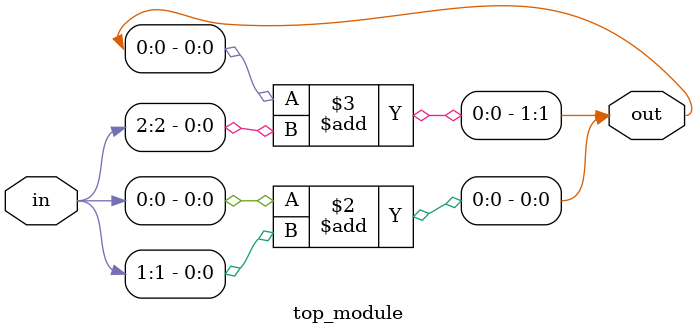
<source format=sv>
module top_module (
	input [2:0] in,
	output reg [1:0] out
);

always @* begin
	out[0] = in[0] + in[1];
	out[1] = out[0] + in[2];
end

endmodule

</source>
